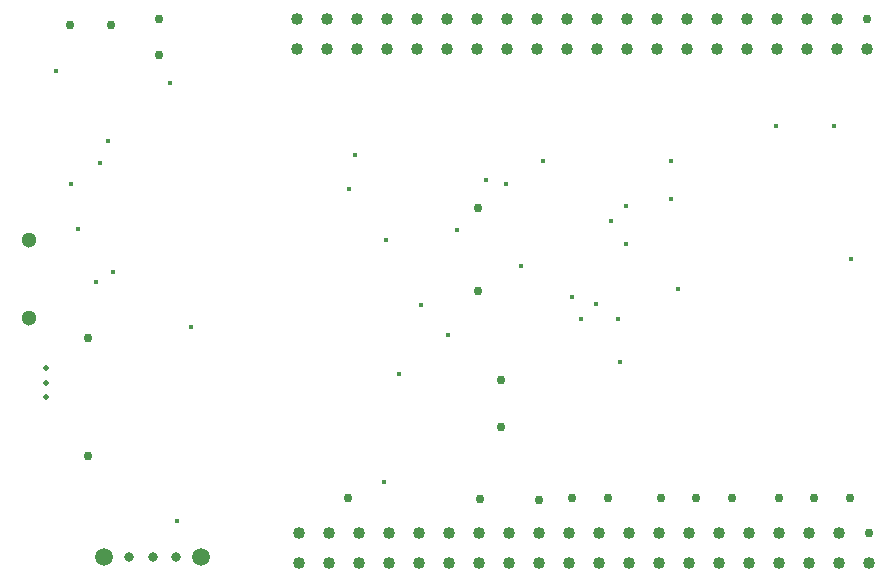
<source format=gbr>
G04 PROTEUS GERBER X2 FILE*
%TF.GenerationSoftware,Labcenter,Proteus,8.16-SP3-Build36097*%
%TF.CreationDate,2025-11-07T09:36:06+00:00*%
%TF.FileFunction,Plated,1,2,PTH*%
%TF.FilePolarity,Positive*%
%TF.Part,Single*%
%TF.SameCoordinates,{7cfba198-d274-4d3b-beed-790fb78b42e9}*%
%FSLAX45Y45*%
%MOMM*%
G01*
%TA.AperFunction,ViaDrill*%
%ADD110C,0.381000*%
%TA.AperFunction,ComponentDrill*%
%ADD111C,0.762000*%
%ADD112C,1.016000*%
%TA.AperFunction,ComponentDrill*%
%ADD113C,0.430000*%
%TA.AperFunction,ComponentDrill*%
%ADD114C,0.800000*%
%ADD115C,1.500000*%
%TA.AperFunction,ComponentDrill*%
%ADD116C,0.500000*%
%TA.AperFunction,ComponentDrill*%
%ADD117C,1.300000*%
%TD.AperFunction*%
D110*
X+5768500Y+2540000D03*
X+5197000Y+3111500D03*
X+4943000Y+2286000D03*
X+4868043Y+2468485D03*
X+5070000Y+2413000D03*
X+1522238Y+571141D03*
X+1641920Y+2213177D03*
X+4435000Y+2730500D03*
X+5705000Y+3619500D03*
X+4625500Y+3619500D03*
X+5705000Y+3302000D03*
X+498000Y+4381500D03*
X+688500Y+3048000D03*
X+625000Y+3429000D03*
X+5260500Y+2286000D03*
X+7229000Y+2794000D03*
X+3408734Y+1813914D03*
X+3276155Y+899461D03*
X+5324000Y+2921000D03*
X+840000Y+2600000D03*
X+873056Y+3605407D03*
X+980016Y+2680931D03*
X+941637Y+3787630D03*
X+1464798Y+4278478D03*
X+3030000Y+3670000D03*
X+3590000Y+2403014D03*
X+3295895Y+2953362D03*
X+3893140Y+3033656D03*
X+3817219Y+2150000D03*
X+5273706Y+1920057D03*
X+5324000Y+3238500D03*
X+4308000Y+3429000D03*
X+2984249Y+3379281D03*
X+4143578Y+3462509D03*
D111*
X+7370000Y+4820000D03*
D112*
X+7116000Y+4820000D03*
X+6862000Y+4820000D03*
X+6608000Y+4820000D03*
X+6354000Y+4820000D03*
X+6100000Y+4820000D03*
X+5846000Y+4820000D03*
X+5592000Y+4820000D03*
X+5338000Y+4820000D03*
X+5084000Y+4820000D03*
X+4830000Y+4820000D03*
X+4576000Y+4820000D03*
X+4322000Y+4820000D03*
X+4068000Y+4820000D03*
X+3814000Y+4820000D03*
X+3560000Y+4820000D03*
X+3306000Y+4820000D03*
X+3052000Y+4820000D03*
X+2798000Y+4820000D03*
X+2544000Y+4820000D03*
X+2544000Y+4566000D03*
X+2798000Y+4566000D03*
X+3052000Y+4566000D03*
X+3306000Y+4566000D03*
X+3560000Y+4566000D03*
X+3814000Y+4566000D03*
X+4068000Y+4566000D03*
X+4322000Y+4566000D03*
X+4576000Y+4566000D03*
X+4830000Y+4566000D03*
X+5084000Y+4566000D03*
X+5338000Y+4566000D03*
X+5592000Y+4566000D03*
X+5846000Y+4566000D03*
X+6100000Y+4566000D03*
X+6354000Y+4566000D03*
X+6608000Y+4566000D03*
X+6862000Y+4566000D03*
X+7116000Y+4566000D03*
X+7370000Y+4566000D03*
D111*
X+7380000Y+470000D03*
D112*
X+7126000Y+470000D03*
X+6872000Y+470000D03*
X+6618000Y+470000D03*
X+6364000Y+470000D03*
X+6110000Y+470000D03*
X+5856000Y+470000D03*
X+5602000Y+470000D03*
X+5348000Y+470000D03*
X+5094000Y+470000D03*
X+4840000Y+470000D03*
X+4586000Y+470000D03*
X+4332000Y+470000D03*
X+4078000Y+470000D03*
X+3824000Y+470000D03*
X+3570000Y+470000D03*
X+3316000Y+470000D03*
X+3062000Y+470000D03*
X+2808000Y+470000D03*
X+2554000Y+470000D03*
X+2554000Y+216000D03*
X+2808000Y+216000D03*
X+3062000Y+216000D03*
X+3316000Y+216000D03*
X+3570000Y+216000D03*
X+3824000Y+216000D03*
X+4078000Y+216000D03*
X+4332000Y+216000D03*
X+4586000Y+216000D03*
X+4840000Y+216000D03*
X+5094000Y+216000D03*
X+5348000Y+216000D03*
X+5602000Y+216000D03*
X+5856000Y+216000D03*
X+6110000Y+216000D03*
X+6364000Y+216000D03*
X+6618000Y+216000D03*
X+6872000Y+216000D03*
X+7126000Y+216000D03*
X+7380000Y+216000D03*
D113*
X+7090000Y+3920000D03*
X+6600000Y+3920000D03*
D114*
X+1120000Y+270000D03*
X+1320000Y+270000D03*
X+1520000Y+270000D03*
D115*
X+1730000Y+270000D03*
X+910000Y+270000D03*
D111*
X+770000Y+1120000D03*
D116*
X+420000Y+1870000D03*
X+420000Y+1745000D03*
X+420000Y+1620000D03*
D111*
X+770000Y+2120000D03*
X+2970000Y+770000D03*
X+4270000Y+1370000D03*
X+4270000Y+1770000D03*
X+4090000Y+760000D03*
X+4590000Y+750000D03*
X+4870000Y+770000D03*
X+5170000Y+770000D03*
X+5620000Y+770000D03*
X+5920000Y+770000D03*
X+6220000Y+770000D03*
X+6620000Y+770000D03*
X+6920000Y+770000D03*
X+7220000Y+770000D03*
X+4070000Y+3220000D03*
X+4070000Y+2520000D03*
X+1370000Y+4820000D03*
X+1370000Y+4520000D03*
X+970000Y+4770000D03*
X+620000Y+4770000D03*
D117*
X+272000Y+2950000D03*
X+272000Y+2290000D03*
M02*

</source>
